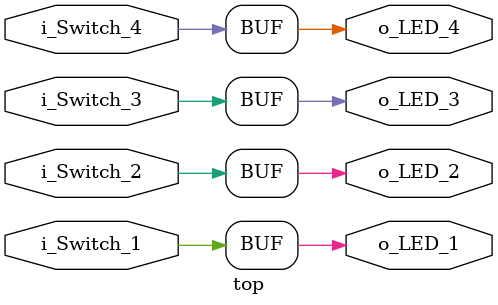
<source format=v>
module top(
    input i_Switch_1,
    input i_Switch_2,
    input i_Switch_3,
    input i_Switch_4,
    output o_LED_1,
    output o_LED_2,
    output o_LED_3,
    output o_LED_4);

    assign o_LED_1 = i_Switch_1;
    assign o_LED_2 = i_Switch_2;
    assign o_LED_3 = i_Switch_3;
    assign o_LED_4 = i_Switch_4;
endmodule

</source>
